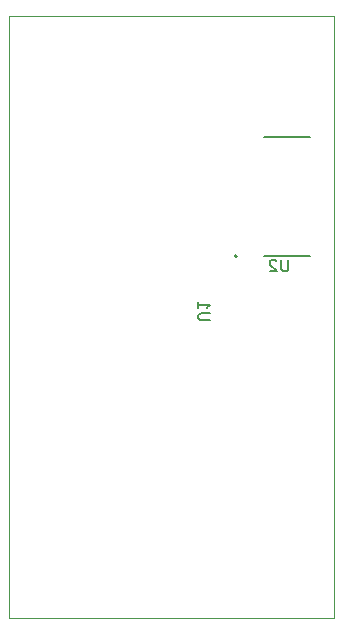
<source format=gbr>
%TF.GenerationSoftware,KiCad,Pcbnew,6.0.8-f2edbf62ab~116~ubuntu22.04.1*%
%TF.CreationDate,2022-11-20T23:04:20-05:00*%
%TF.ProjectId,Pi_HAT_Simple_V3,50695f48-4154-45f5-9369-6d706c655f56,rev?*%
%TF.SameCoordinates,Original*%
%TF.FileFunction,Legend,Bot*%
%TF.FilePolarity,Positive*%
%FSLAX46Y46*%
G04 Gerber Fmt 4.6, Leading zero omitted, Abs format (unit mm)*
G04 Created by KiCad (PCBNEW 6.0.8-f2edbf62ab~116~ubuntu22.04.1) date 2022-11-20 23:04:20*
%MOMM*%
%LPD*%
G01*
G04 APERTURE LIST*
%ADD10C,0.150000*%
%ADD11C,0.120000*%
%ADD12C,0.200000*%
%ADD13C,0.127000*%
G04 APERTURE END LIST*
D10*
%TO.C,U1*%
X135447619Y-110361904D02*
X134638095Y-110361904D01*
X134542857Y-110314285D01*
X134495238Y-110266666D01*
X134447619Y-110171428D01*
X134447619Y-109980952D01*
X134495238Y-109885714D01*
X134542857Y-109838095D01*
X134638095Y-109790476D01*
X135447619Y-109790476D01*
X134447619Y-108790476D02*
X134447619Y-109361904D01*
X134447619Y-109076190D02*
X135447619Y-109076190D01*
X135304761Y-109171428D01*
X135209523Y-109266666D01*
X135161904Y-109361904D01*
%TO.C,U2*%
X142049404Y-105239380D02*
X142049404Y-106048904D01*
X142001785Y-106144142D01*
X141954166Y-106191761D01*
X141858928Y-106239380D01*
X141668452Y-106239380D01*
X141573214Y-106191761D01*
X141525595Y-106144142D01*
X141477976Y-106048904D01*
X141477976Y-105239380D01*
X141049404Y-105334619D02*
X141001785Y-105287000D01*
X140906547Y-105239380D01*
X140668452Y-105239380D01*
X140573214Y-105287000D01*
X140525595Y-105334619D01*
X140477976Y-105429857D01*
X140477976Y-105525095D01*
X140525595Y-105667952D01*
X141097023Y-106239380D01*
X140477976Y-106239380D01*
D11*
%TO.C,U1*%
X145900000Y-135600000D02*
X118400000Y-135600000D01*
X118400000Y-135600000D02*
X118400000Y-84600000D01*
X118400000Y-84600000D02*
X145900000Y-84600000D01*
X145900000Y-84600000D02*
X145900000Y-135600000D01*
D12*
%TO.C,U2*%
X137707500Y-104955000D02*
G75*
G03*
X137707500Y-104955000I-100000J0D01*
G01*
D13*
X140012500Y-104975000D02*
X143912500Y-104975000D01*
X140012500Y-94845000D02*
X143912500Y-94845000D01*
%TD*%
M02*

</source>
